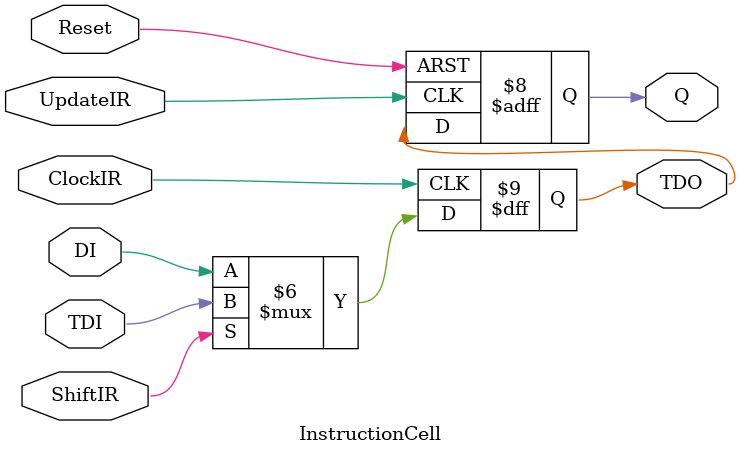
<source format=v>

`ifndef _INSTRUCTIONCELL_V_  // Guard to prevent double-inclusion
`define _INSTRUCTIONCELL_V_

module InstructionCell (
   input DI,
   input TDI,
   input ShiftIR,
   input ClockIR,
   input UpdateIR,
   input Reset,
   output reg TDO,
   output reg Q
);
   always @(posedge ClockIR) begin
      if (ShiftIR == 1) begin
         TDO = TDI;
      end else begin
         TDO = DI;
      end
   end
   always @(posedge UpdateIR or posedge Reset) begin
      if (Reset == 1) begin
         Q = 1;
      end else begin
         Q = TDO;
      end
   end
endmodule

`endif

</source>
